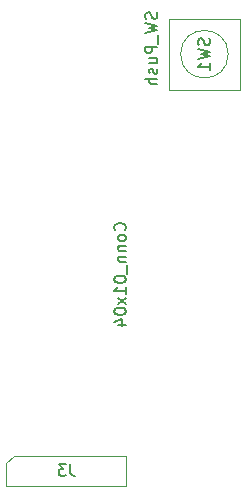
<source format=gbr>
G04 #@! TF.GenerationSoftware,KiCad,Pcbnew,(5.0.2)-1*
G04 #@! TF.CreationDate,2019-06-27T16:40:19+05:30*
G04 #@! TF.ProjectId,mAhTime,6d416854-696d-4652-9e6b-696361645f70,rev?*
G04 #@! TF.SameCoordinates,Original*
G04 #@! TF.FileFunction,Other,Fab,Bot*
%FSLAX46Y46*%
G04 Gerber Fmt 4.6, Leading zero omitted, Abs format (unit mm)*
G04 Created by KiCad (PCBNEW (5.0.2)-1) date 06/27/19 16:40:19*
%MOMM*%
%LPD*%
G01*
G04 APERTURE LIST*
%ADD10C,0.100000*%
%ADD11C,0.150000*%
G04 APERTURE END LIST*
D10*
G04 #@! TO.C,J3*
X19725000Y-60530000D02*
X19090000Y-61165000D01*
X29250000Y-60530000D02*
X19725000Y-60530000D01*
X29250000Y-63070000D02*
X29250000Y-60530000D01*
X19090000Y-63070000D02*
X29250000Y-63070000D01*
X19090000Y-61165000D02*
X19090000Y-63070000D01*
G04 #@! TO.C,SW1*
X37865564Y-26550000D02*
G75*
G03X37865564Y-26550000I-2015564J0D01*
G01*
X38850000Y-29550000D02*
X38850000Y-26550000D01*
X32850000Y-29550000D02*
X38850000Y-29550000D01*
X32850000Y-23550000D02*
X32850000Y-29550000D01*
X38850000Y-23550000D02*
X32850000Y-23550000D01*
X38850000Y-26550000D02*
X38850000Y-23550000D01*
G04 #@! TD*
G04 #@! TO.C,J3*
D11*
X29117142Y-41461904D02*
X29164761Y-41414285D01*
X29212380Y-41271428D01*
X29212380Y-41176190D01*
X29164761Y-41033333D01*
X29069523Y-40938095D01*
X28974285Y-40890476D01*
X28783809Y-40842857D01*
X28640952Y-40842857D01*
X28450476Y-40890476D01*
X28355238Y-40938095D01*
X28260000Y-41033333D01*
X28212380Y-41176190D01*
X28212380Y-41271428D01*
X28260000Y-41414285D01*
X28307619Y-41461904D01*
X29212380Y-42033333D02*
X29164761Y-41938095D01*
X29117142Y-41890476D01*
X29021904Y-41842857D01*
X28736190Y-41842857D01*
X28640952Y-41890476D01*
X28593333Y-41938095D01*
X28545714Y-42033333D01*
X28545714Y-42176190D01*
X28593333Y-42271428D01*
X28640952Y-42319047D01*
X28736190Y-42366666D01*
X29021904Y-42366666D01*
X29117142Y-42319047D01*
X29164761Y-42271428D01*
X29212380Y-42176190D01*
X29212380Y-42033333D01*
X28545714Y-42795238D02*
X29212380Y-42795238D01*
X28640952Y-42795238D02*
X28593333Y-42842857D01*
X28545714Y-42938095D01*
X28545714Y-43080952D01*
X28593333Y-43176190D01*
X28688571Y-43223809D01*
X29212380Y-43223809D01*
X28545714Y-43700000D02*
X29212380Y-43700000D01*
X28640952Y-43700000D02*
X28593333Y-43747619D01*
X28545714Y-43842857D01*
X28545714Y-43985714D01*
X28593333Y-44080952D01*
X28688571Y-44128571D01*
X29212380Y-44128571D01*
X29307619Y-44366666D02*
X29307619Y-45128571D01*
X28212380Y-45557142D02*
X28212380Y-45652380D01*
X28260000Y-45747619D01*
X28307619Y-45795238D01*
X28402857Y-45842857D01*
X28593333Y-45890476D01*
X28831428Y-45890476D01*
X29021904Y-45842857D01*
X29117142Y-45795238D01*
X29164761Y-45747619D01*
X29212380Y-45652380D01*
X29212380Y-45557142D01*
X29164761Y-45461904D01*
X29117142Y-45414285D01*
X29021904Y-45366666D01*
X28831428Y-45319047D01*
X28593333Y-45319047D01*
X28402857Y-45366666D01*
X28307619Y-45414285D01*
X28260000Y-45461904D01*
X28212380Y-45557142D01*
X29212380Y-46842857D02*
X29212380Y-46271428D01*
X29212380Y-46557142D02*
X28212380Y-46557142D01*
X28355238Y-46461904D01*
X28450476Y-46366666D01*
X28498095Y-46271428D01*
X29212380Y-47176190D02*
X28545714Y-47700000D01*
X28545714Y-47176190D02*
X29212380Y-47700000D01*
X28212380Y-48271428D02*
X28212380Y-48366666D01*
X28260000Y-48461904D01*
X28307619Y-48509523D01*
X28402857Y-48557142D01*
X28593333Y-48604761D01*
X28831428Y-48604761D01*
X29021904Y-48557142D01*
X29117142Y-48509523D01*
X29164761Y-48461904D01*
X29212380Y-48366666D01*
X29212380Y-48271428D01*
X29164761Y-48176190D01*
X29117142Y-48128571D01*
X29021904Y-48080952D01*
X28831428Y-48033333D01*
X28593333Y-48033333D01*
X28402857Y-48080952D01*
X28307619Y-48128571D01*
X28260000Y-48176190D01*
X28212380Y-48271428D01*
X28545714Y-49461904D02*
X29212380Y-49461904D01*
X28164761Y-49223809D02*
X28879047Y-48985714D01*
X28879047Y-49604761D01*
X24503333Y-61252380D02*
X24503333Y-61966666D01*
X24550952Y-62109523D01*
X24646190Y-62204761D01*
X24789047Y-62252380D01*
X24884285Y-62252380D01*
X24122380Y-61252380D02*
X23503333Y-61252380D01*
X23836666Y-61633333D01*
X23693809Y-61633333D01*
X23598571Y-61680952D01*
X23550952Y-61728571D01*
X23503333Y-61823809D01*
X23503333Y-62061904D01*
X23550952Y-62157142D01*
X23598571Y-62204761D01*
X23693809Y-62252380D01*
X23979523Y-62252380D01*
X24074761Y-62204761D01*
X24122380Y-62157142D01*
G04 #@! TO.C,SW1*
X31804761Y-23002380D02*
X31852380Y-23145238D01*
X31852380Y-23383333D01*
X31804761Y-23478571D01*
X31757142Y-23526190D01*
X31661904Y-23573809D01*
X31566666Y-23573809D01*
X31471428Y-23526190D01*
X31423809Y-23478571D01*
X31376190Y-23383333D01*
X31328571Y-23192857D01*
X31280952Y-23097619D01*
X31233333Y-23050000D01*
X31138095Y-23002380D01*
X31042857Y-23002380D01*
X30947619Y-23050000D01*
X30900000Y-23097619D01*
X30852380Y-23192857D01*
X30852380Y-23430952D01*
X30900000Y-23573809D01*
X30852380Y-23907142D02*
X31852380Y-24145238D01*
X31138095Y-24335714D01*
X31852380Y-24526190D01*
X30852380Y-24764285D01*
X31947619Y-24907142D02*
X31947619Y-25669047D01*
X31852380Y-25907142D02*
X30852380Y-25907142D01*
X30852380Y-26288095D01*
X30900000Y-26383333D01*
X30947619Y-26430952D01*
X31042857Y-26478571D01*
X31185714Y-26478571D01*
X31280952Y-26430952D01*
X31328571Y-26383333D01*
X31376190Y-26288095D01*
X31376190Y-25907142D01*
X31185714Y-27335714D02*
X31852380Y-27335714D01*
X31185714Y-26907142D02*
X31709523Y-26907142D01*
X31804761Y-26954761D01*
X31852380Y-27050000D01*
X31852380Y-27192857D01*
X31804761Y-27288095D01*
X31757142Y-27335714D01*
X31804761Y-27764285D02*
X31852380Y-27859523D01*
X31852380Y-28050000D01*
X31804761Y-28145238D01*
X31709523Y-28192857D01*
X31661904Y-28192857D01*
X31566666Y-28145238D01*
X31519047Y-28050000D01*
X31519047Y-27907142D01*
X31471428Y-27811904D01*
X31376190Y-27764285D01*
X31328571Y-27764285D01*
X31233333Y-27811904D01*
X31185714Y-27907142D01*
X31185714Y-28050000D01*
X31233333Y-28145238D01*
X31852380Y-28621428D02*
X30852380Y-28621428D01*
X31852380Y-29050000D02*
X31328571Y-29050000D01*
X31233333Y-29002380D01*
X31185714Y-28907142D01*
X31185714Y-28764285D01*
X31233333Y-28669047D01*
X31280952Y-28621428D01*
X36254761Y-25216666D02*
X36302380Y-25359523D01*
X36302380Y-25597619D01*
X36254761Y-25692857D01*
X36207142Y-25740476D01*
X36111904Y-25788095D01*
X36016666Y-25788095D01*
X35921428Y-25740476D01*
X35873809Y-25692857D01*
X35826190Y-25597619D01*
X35778571Y-25407142D01*
X35730952Y-25311904D01*
X35683333Y-25264285D01*
X35588095Y-25216666D01*
X35492857Y-25216666D01*
X35397619Y-25264285D01*
X35350000Y-25311904D01*
X35302380Y-25407142D01*
X35302380Y-25645238D01*
X35350000Y-25788095D01*
X35302380Y-26121428D02*
X36302380Y-26359523D01*
X35588095Y-26550000D01*
X36302380Y-26740476D01*
X35302380Y-26978571D01*
X36302380Y-27883333D02*
X36302380Y-27311904D01*
X36302380Y-27597619D02*
X35302380Y-27597619D01*
X35445238Y-27502380D01*
X35540476Y-27407142D01*
X35588095Y-27311904D01*
G04 #@! TD*
M02*

</source>
